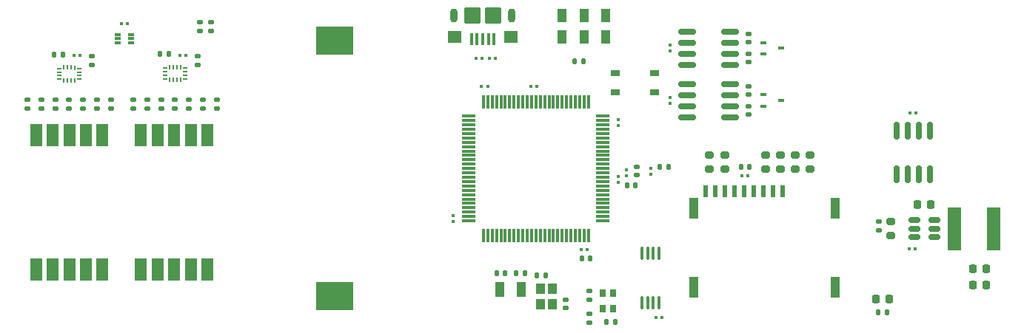
<source format=gtp>
G04 #@! TF.GenerationSoftware,KiCad,Pcbnew,7.0.10-7.0.10~ubuntu22.04.1*
G04 #@! TF.CreationDate,2024-02-08T17:20:11-05:00*
G04 #@! TF.ProjectId,daughterBoard,64617567-6874-4657-9242-6f6172642e6b,rev?*
G04 #@! TF.SameCoordinates,Original*
G04 #@! TF.FileFunction,Paste,Top*
G04 #@! TF.FilePolarity,Positive*
%FSLAX46Y46*%
G04 Gerber Fmt 4.6, Leading zero omitted, Abs format (unit mm)*
G04 Created by KiCad (PCBNEW 7.0.10-7.0.10~ubuntu22.04.1) date 2024-02-08 17:20:11*
%MOMM*%
%LPD*%
G01*
G04 APERTURE LIST*
G04 Aperture macros list*
%AMRoundRect*
0 Rectangle with rounded corners*
0 $1 Rounding radius*
0 $2 $3 $4 $5 $6 $7 $8 $9 X,Y pos of 4 corners*
0 Add a 4 corners polygon primitive as box body*
4,1,4,$2,$3,$4,$5,$6,$7,$8,$9,$2,$3,0*
0 Add four circle primitives for the rounded corners*
1,1,$1+$1,$2,$3*
1,1,$1+$1,$4,$5*
1,1,$1+$1,$6,$7*
1,1,$1+$1,$8,$9*
0 Add four rect primitives between the rounded corners*
20,1,$1+$1,$2,$3,$4,$5,0*
20,1,$1+$1,$4,$5,$6,$7,0*
20,1,$1+$1,$6,$7,$8,$9,0*
20,1,$1+$1,$8,$9,$2,$3,0*%
G04 Aperture macros list end*
%ADD10R,0.200000X0.600000*%
%ADD11R,0.200000X0.500000*%
%ADD12R,0.500000X0.200000*%
%ADD13RoundRect,0.140000X0.140000X0.170000X-0.140000X0.170000X-0.140000X-0.170000X0.140000X-0.170000X0*%
%ADD14RoundRect,0.135000X-0.135000X-0.185000X0.135000X-0.185000X0.135000X0.185000X-0.135000X0.185000X0*%
%ADD15RoundRect,0.079500X-0.079500X-0.100500X0.079500X-0.100500X0.079500X0.100500X-0.079500X0.100500X0*%
%ADD16RoundRect,0.079500X0.079500X0.100500X-0.079500X0.100500X-0.079500X-0.100500X0.079500X-0.100500X0*%
%ADD17RoundRect,0.135000X0.185000X-0.135000X0.185000X0.135000X-0.185000X0.135000X-0.185000X-0.135000X0*%
%ADD18R,0.700000X0.450000*%
%ADD19RoundRect,0.200000X-0.275000X0.200000X-0.275000X-0.200000X0.275000X-0.200000X0.275000X0.200000X0*%
%ADD20RoundRect,0.135000X-0.185000X0.135000X-0.185000X-0.135000X0.185000X-0.135000X0.185000X0.135000X0*%
%ADD21RoundRect,0.140000X0.170000X-0.140000X0.170000X0.140000X-0.170000X0.140000X-0.170000X-0.140000X0*%
%ADD22RoundRect,0.150000X0.150000X-0.825000X0.150000X0.825000X-0.150000X0.825000X-0.150000X-0.825000X0*%
%ADD23R,1.400000X2.600000*%
%ADD24RoundRect,0.135000X0.135000X0.185000X-0.135000X0.185000X-0.135000X-0.185000X0.135000X-0.185000X0*%
%ADD25RoundRect,0.079500X-0.100500X0.079500X-0.100500X-0.079500X0.100500X-0.079500X0.100500X0.079500X0*%
%ADD26R,1.000000X1.800000*%
%ADD27R,1.000000X1.600000*%
%ADD28RoundRect,0.225000X0.225000X0.250000X-0.225000X0.250000X-0.225000X-0.250000X0.225000X-0.250000X0*%
%ADD29RoundRect,0.140000X-0.170000X0.140000X-0.170000X-0.140000X0.170000X-0.140000X0.170000X0.140000X0*%
%ADD30RoundRect,0.079500X0.100500X-0.079500X0.100500X0.079500X-0.100500X0.079500X-0.100500X-0.079500X0*%
%ADD31R,0.620000X1.400000*%
%ADD32R,1.100000X2.400000*%
%ADD33R,1.000000X1.150000*%
%ADD34R,1.550000X4.900000*%
%ADD35RoundRect,0.218750X0.218750X0.256250X-0.218750X0.256250X-0.218750X-0.256250X0.218750X-0.256250X0*%
%ADD36R,0.700000X0.340000*%
%ADD37R,0.800000X0.900000*%
%ADD38RoundRect,0.150000X0.512500X0.150000X-0.512500X0.150000X-0.512500X-0.150000X0.512500X-0.150000X0*%
%ADD39R,4.200000X3.200000*%
%ADD40RoundRect,0.140000X-0.140000X-0.170000X0.140000X-0.170000X0.140000X0.170000X-0.140000X0.170000X0*%
%ADD41RoundRect,0.150000X-0.825000X-0.150000X0.825000X-0.150000X0.825000X0.150000X-0.825000X0.150000X0*%
%ADD42RoundRect,0.100000X0.100000X-0.637500X0.100000X0.637500X-0.100000X0.637500X-0.100000X-0.637500X0*%
%ADD43RoundRect,0.100000X0.100000X0.575000X-0.100000X0.575000X-0.100000X-0.575000X0.100000X-0.575000X0*%
%ADD44O,0.900000X1.600000*%
%ADD45RoundRect,0.250000X0.550000X0.450000X-0.550000X0.450000X-0.550000X-0.450000X0.550000X-0.450000X0*%
%ADD46RoundRect,0.250000X0.700000X0.700000X-0.700000X0.700000X-0.700000X-0.700000X0.700000X-0.700000X0*%
%ADD47RoundRect,0.075000X0.075000X-0.725000X0.075000X0.725000X-0.075000X0.725000X-0.075000X-0.725000X0*%
%ADD48RoundRect,0.075000X0.725000X-0.075000X0.725000X0.075000X-0.725000X0.075000X-0.725000X-0.075000X0*%
%ADD49R,1.000000X0.700000*%
G04 APERTURE END LIST*
D10*
X114835000Y-75925000D03*
D11*
X114435000Y-75875000D03*
X114035000Y-75875000D03*
X113635000Y-75875000D03*
D12*
X113110000Y-76000000D03*
X113110000Y-76400000D03*
X113110000Y-76800000D03*
X113110000Y-77200000D03*
D11*
X113635000Y-77325000D03*
X114035000Y-77325000D03*
X114435000Y-77325000D03*
X114835000Y-77325000D03*
D12*
X115360000Y-77200000D03*
X115360000Y-76800000D03*
X115360000Y-76400000D03*
X115360000Y-76000000D03*
D13*
X179905000Y-87350000D03*
X178945000Y-87350000D03*
D14*
X163540000Y-105125000D03*
X164560000Y-105125000D03*
D15*
X198155000Y-96700000D03*
X198845000Y-96700000D03*
D16*
X161395000Y-96825000D03*
X160705000Y-96825000D03*
D17*
X194750000Y-94575000D03*
X194750000Y-93555000D03*
D18*
X181525000Y-79055000D03*
X181525000Y-80355000D03*
X183525000Y-79705000D03*
D19*
X181725000Y-85925000D03*
X181725000Y-87575000D03*
D20*
X119035000Y-79590000D03*
X119035000Y-80610000D03*
D21*
X179825000Y-73035000D03*
X179825000Y-72075000D03*
D20*
X103725000Y-79580000D03*
X103725000Y-80600000D03*
D22*
X196745000Y-88125000D03*
X198015000Y-88125000D03*
X199285000Y-88125000D03*
X200555000Y-88125000D03*
X200555000Y-83175000D03*
X199285000Y-83175000D03*
X198015000Y-83175000D03*
X196745000Y-83175000D03*
D15*
X154905000Y-78050000D03*
X155595000Y-78050000D03*
D21*
X158900000Y-103500000D03*
X158900000Y-102540000D03*
D10*
X102725000Y-75975000D03*
D11*
X102325000Y-75925000D03*
X101925000Y-75925000D03*
X101525000Y-75925000D03*
D12*
X101000000Y-76050000D03*
X101000000Y-76450000D03*
X101000000Y-76850000D03*
X101000000Y-77250000D03*
D11*
X101525000Y-77375000D03*
X101925000Y-77375000D03*
X102325000Y-77375000D03*
X102725000Y-77375000D03*
D12*
X103250000Y-77250000D03*
X103250000Y-76850000D03*
X103250000Y-76450000D03*
X103250000Y-76050000D03*
D20*
X102125000Y-79590000D03*
X102125000Y-80610000D03*
D23*
X98335000Y-99050000D03*
X100235000Y-99050000D03*
X102135000Y-99050000D03*
X104035000Y-99050000D03*
X105935000Y-99050000D03*
X105935000Y-83650000D03*
X104035000Y-83650000D03*
X102135000Y-83650000D03*
X100235000Y-83650000D03*
X98335000Y-83650000D03*
D20*
X112635000Y-79590000D03*
X112635000Y-80610000D03*
D15*
X169255000Y-104550000D03*
X169945000Y-104550000D03*
D17*
X161650000Y-105185000D03*
X161650000Y-104165000D03*
D20*
X106925000Y-79580000D03*
X106925000Y-80600000D03*
D13*
X161710000Y-97850000D03*
X160750000Y-97850000D03*
D24*
X160970000Y-75250000D03*
X159950000Y-75250000D03*
D25*
X164950000Y-88405000D03*
X164950000Y-89095000D03*
X164950000Y-81905000D03*
X164950000Y-82595000D03*
D26*
X151350000Y-101400000D03*
X153850000Y-101400000D03*
D15*
X198280000Y-81175000D03*
X198970000Y-81175000D03*
D20*
X118355000Y-70695000D03*
X118355000Y-71715000D03*
D27*
X163500000Y-72400000D03*
X163500000Y-70000000D03*
X161000000Y-72400000D03*
X161000000Y-70000000D03*
X158500000Y-72400000D03*
X158500000Y-70000000D03*
D17*
X161650000Y-102535000D03*
X161650000Y-101515000D03*
D28*
X207000000Y-100825000D03*
X205450000Y-100825000D03*
D29*
X167050000Y-87320000D03*
X167050000Y-88280000D03*
D19*
X186825000Y-85925000D03*
X186825000Y-87575000D03*
D30*
X170875000Y-74050000D03*
X170875000Y-73360000D03*
D31*
X183730000Y-90097500D03*
X182630000Y-90097500D03*
X181530000Y-90097500D03*
X180430000Y-90097500D03*
X179330000Y-90097500D03*
X178230000Y-90097500D03*
X177130000Y-90097500D03*
X176030000Y-90097500D03*
D32*
X173550000Y-92097500D03*
X173550000Y-101097500D03*
X189700000Y-92097500D03*
X189700000Y-101097500D03*
D31*
X174930000Y-90097500D03*
D20*
X115835000Y-79580000D03*
X115835000Y-80600000D03*
D15*
X114790000Y-74500000D03*
X115480000Y-74500000D03*
D33*
X156000000Y-101325000D03*
X156000000Y-103075000D03*
X157400000Y-103075000D03*
X157400000Y-101325000D03*
D23*
X110335000Y-99050000D03*
X112235000Y-99050000D03*
X114135000Y-99050000D03*
X116035000Y-99050000D03*
X117935000Y-99050000D03*
X117935000Y-83650000D03*
X116035000Y-83650000D03*
X114135000Y-83650000D03*
X112235000Y-83650000D03*
X110335000Y-83650000D03*
D34*
X203350000Y-94400000D03*
X207800000Y-94400000D03*
D20*
X100525000Y-79590000D03*
X100525000Y-80610000D03*
D35*
X195937500Y-102450000D03*
X194362500Y-102450000D03*
D18*
X181525000Y-73055000D03*
X181525000Y-74355000D03*
X183525000Y-73705000D03*
D15*
X108080000Y-70925000D03*
X108770000Y-70925000D03*
D36*
X109175000Y-73125000D03*
X109175000Y-72625000D03*
X109175000Y-72125000D03*
X107675000Y-72125000D03*
X107675000Y-72625000D03*
X107675000Y-73125000D03*
D24*
X170710000Y-87350000D03*
X169690000Y-87350000D03*
D37*
X164300000Y-101775000D03*
X163100000Y-101775000D03*
X163100000Y-103575000D03*
X164300000Y-103575000D03*
D20*
X97325000Y-79580000D03*
X97325000Y-80600000D03*
D30*
X170875000Y-80050000D03*
X170875000Y-79360000D03*
D20*
X105325000Y-79580000D03*
X105325000Y-80600000D03*
D25*
X165850000Y-87655000D03*
X165850000Y-88345000D03*
D38*
X201050000Y-95350000D03*
X201050000Y-94400000D03*
X201050000Y-93450000D03*
X198775000Y-93450000D03*
X198775000Y-94400000D03*
X198775000Y-95350000D03*
D28*
X200675000Y-91600000D03*
X199125000Y-91600000D03*
D39*
X132500000Y-102150000D03*
X132500000Y-72850000D03*
D16*
X150895000Y-74840000D03*
X150205000Y-74840000D03*
D40*
X155620000Y-99750000D03*
X156580000Y-99750000D03*
D19*
X175350000Y-85925000D03*
X175350000Y-87575000D03*
D20*
X109435000Y-79590000D03*
X109435000Y-80610000D03*
D24*
X101385000Y-74450000D03*
X100365000Y-74450000D03*
D15*
X102680000Y-74550000D03*
X103370000Y-74550000D03*
D24*
X195672500Y-104000000D03*
X194652500Y-104000000D03*
X113495000Y-74400000D03*
X112475000Y-74400000D03*
D19*
X177125000Y-85925000D03*
X177125000Y-87575000D03*
D25*
X168625000Y-87455000D03*
X168625000Y-88145000D03*
D19*
X196100000Y-93575000D03*
X196100000Y-95225000D03*
D17*
X104675000Y-75660000D03*
X104675000Y-74640000D03*
D41*
X172750000Y-77800000D03*
X172750000Y-79070000D03*
X172750000Y-80340000D03*
X172750000Y-81610000D03*
X177700000Y-81610000D03*
X177700000Y-80340000D03*
X177700000Y-79070000D03*
X177700000Y-77800000D03*
D42*
X167625000Y-102912500D03*
X168275000Y-102912500D03*
X168925000Y-102912500D03*
X169575000Y-102912500D03*
X169575000Y-97187500D03*
X168925000Y-97187500D03*
X168275000Y-97187500D03*
X167625000Y-97187500D03*
D30*
X146050000Y-93615000D03*
X146050000Y-92925000D03*
D29*
X179825000Y-74375000D03*
X179825000Y-75335000D03*
D16*
X179765000Y-88325000D03*
X179075000Y-88325000D03*
D20*
X98925000Y-79580000D03*
X98925000Y-80600000D03*
X117050000Y-70690000D03*
X117050000Y-71710000D03*
D40*
X153270000Y-99500000D03*
X154230000Y-99500000D03*
D15*
X148640000Y-74840000D03*
X149330000Y-74840000D03*
D20*
X114235000Y-79590000D03*
X114235000Y-80610000D03*
D19*
X185125000Y-85925000D03*
X185125000Y-87575000D03*
D43*
X150725000Y-72675000D03*
X150075000Y-72675000D03*
X149425000Y-72675000D03*
X148775000Y-72675000D03*
X148125000Y-72675000D03*
D44*
X152725000Y-70000000D03*
D45*
X152625000Y-72450000D03*
D46*
X150625000Y-70000000D03*
X148225000Y-70000000D03*
D45*
X146225000Y-72450000D03*
D44*
X146125000Y-70000000D03*
D40*
X151000000Y-99500000D03*
X151960000Y-99500000D03*
D17*
X116785000Y-75610000D03*
X116785000Y-74590000D03*
D15*
X149280000Y-78050000D03*
X149970000Y-78050000D03*
D28*
X207000000Y-99025000D03*
X205450000Y-99025000D03*
D29*
X179825000Y-80375000D03*
X179825000Y-81335000D03*
D20*
X117435000Y-79590000D03*
X117435000Y-80610000D03*
D19*
X183425000Y-85925000D03*
X183425000Y-87575000D03*
D21*
X179825000Y-79035000D03*
X179825000Y-78075000D03*
D47*
X149500000Y-95175000D03*
X150000000Y-95175000D03*
X150500000Y-95175000D03*
X151000000Y-95175000D03*
X151500000Y-95175000D03*
X152000000Y-95175000D03*
X152500000Y-95175000D03*
X153000000Y-95175000D03*
X153500000Y-95175000D03*
X154000000Y-95175000D03*
X154500000Y-95175000D03*
X155000000Y-95175000D03*
X155500000Y-95175000D03*
X156000000Y-95175000D03*
X156500000Y-95175000D03*
X157000000Y-95175000D03*
X157500000Y-95175000D03*
X158000000Y-95175000D03*
X158500000Y-95175000D03*
X159000000Y-95175000D03*
X159500000Y-95175000D03*
X160000000Y-95175000D03*
X160500000Y-95175000D03*
X161000000Y-95175000D03*
X161500000Y-95175000D03*
D48*
X163175000Y-93500000D03*
X163175000Y-93000000D03*
X163175000Y-92500000D03*
X163175000Y-92000000D03*
X163175000Y-91500000D03*
X163175000Y-91000000D03*
X163175000Y-90500000D03*
X163175000Y-90000000D03*
X163175000Y-89500000D03*
X163175000Y-89000000D03*
X163175000Y-88500000D03*
X163175000Y-88000000D03*
X163175000Y-87500000D03*
X163175000Y-87000000D03*
X163175000Y-86500000D03*
X163175000Y-86000000D03*
X163175000Y-85500000D03*
X163175000Y-85000000D03*
X163175000Y-84500000D03*
X163175000Y-84000000D03*
X163175000Y-83500000D03*
X163175000Y-83000000D03*
X163175000Y-82500000D03*
X163175000Y-82000000D03*
X163175000Y-81500000D03*
D47*
X161500000Y-79825000D03*
X161000000Y-79825000D03*
X160500000Y-79825000D03*
X160000000Y-79825000D03*
X159500000Y-79825000D03*
X159000000Y-79825000D03*
X158500000Y-79825000D03*
X158000000Y-79825000D03*
X157500000Y-79825000D03*
X157000000Y-79825000D03*
X156500000Y-79825000D03*
X156000000Y-79825000D03*
X155500000Y-79825000D03*
X155000000Y-79825000D03*
X154500000Y-79825000D03*
X154000000Y-79825000D03*
X153500000Y-79825000D03*
X153000000Y-79825000D03*
X152500000Y-79825000D03*
X152000000Y-79825000D03*
X151500000Y-79825000D03*
X151000000Y-79825000D03*
X150500000Y-79825000D03*
X150000000Y-79825000D03*
X149500000Y-79825000D03*
D48*
X147825000Y-81500000D03*
X147825000Y-82000000D03*
X147825000Y-82500000D03*
X147825000Y-83000000D03*
X147825000Y-83500000D03*
X147825000Y-84000000D03*
X147825000Y-84500000D03*
X147825000Y-85000000D03*
X147825000Y-85500000D03*
X147825000Y-86000000D03*
X147825000Y-86500000D03*
X147825000Y-87000000D03*
X147825000Y-87500000D03*
X147825000Y-88000000D03*
X147825000Y-88500000D03*
X147825000Y-89000000D03*
X147825000Y-89500000D03*
X147825000Y-90000000D03*
X147825000Y-90500000D03*
X147825000Y-91000000D03*
X147825000Y-91500000D03*
X147825000Y-92000000D03*
X147825000Y-92500000D03*
X147825000Y-93000000D03*
X147825000Y-93500000D03*
D20*
X111035000Y-79590000D03*
X111035000Y-80610000D03*
D49*
X164550000Y-76575000D03*
X169050000Y-76575000D03*
X164550000Y-78725000D03*
X169050000Y-78725000D03*
D40*
X165920000Y-89400000D03*
X166880000Y-89400000D03*
D41*
X172750000Y-71800000D03*
X172750000Y-73070000D03*
X172750000Y-74340000D03*
X172750000Y-75610000D03*
X177700000Y-75610000D03*
X177700000Y-74340000D03*
X177700000Y-73070000D03*
X177700000Y-71800000D03*
M02*

</source>
